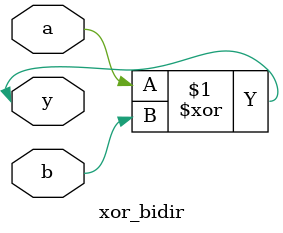
<source format=sv>
module xor_bidir(
    inout a,
    inout b,
    inout y
);
    assign y = a ^ b;
endmodule
</source>
